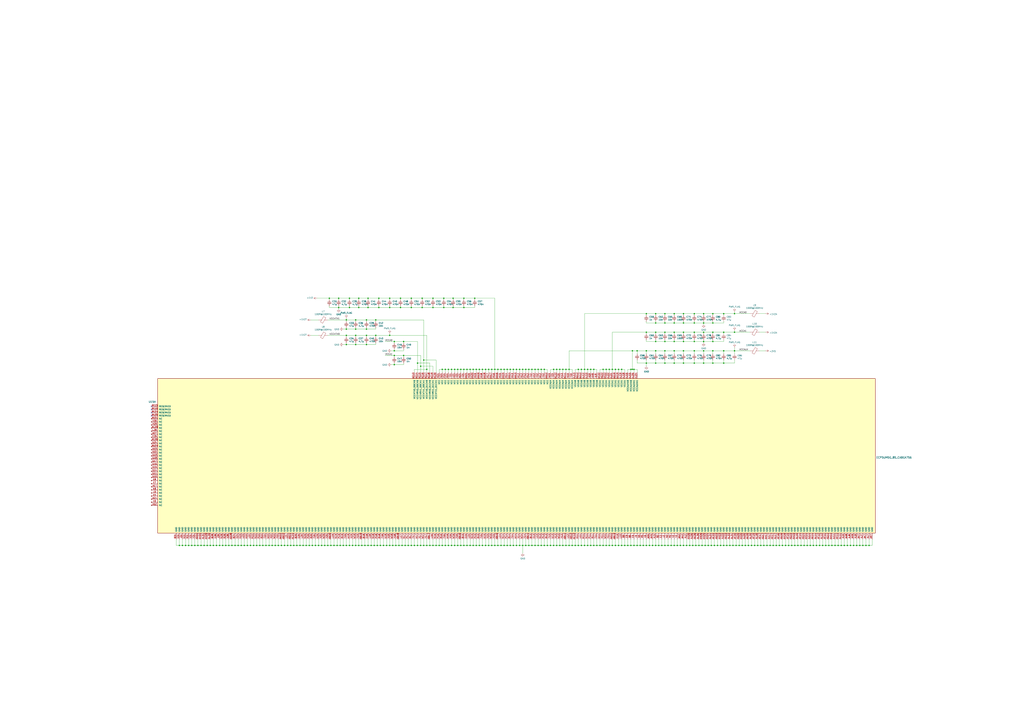
<source format=kicad_sch>
(kicad_sch (version 20210621) (generator eeschema)

  (uuid c84240d6-b00f-4d3f-9440-69b8f00ab905)

  (paper "A1")

  

  (junction (at 147.32 448.31) (diameter 0) (color 0 0 0 0))
  (junction (at 149.86 448.31) (diameter 0) (color 0 0 0 0))
  (junction (at 152.4 448.31) (diameter 0) (color 0 0 0 0))
  (junction (at 154.94 448.31) (diameter 0) (color 0 0 0 0))
  (junction (at 157.48 448.31) (diameter 0) (color 0 0 0 0))
  (junction (at 160.02 448.31) (diameter 0) (color 0 0 0 0))
  (junction (at 162.56 448.31) (diameter 0) (color 0 0 0 0))
  (junction (at 165.1 448.31) (diameter 0) (color 0 0 0 0))
  (junction (at 167.64 448.31) (diameter 0) (color 0 0 0 0))
  (junction (at 170.18 448.31) (diameter 0) (color 0 0 0 0))
  (junction (at 172.72 448.31) (diameter 0) (color 0 0 0 0))
  (junction (at 175.26 448.31) (diameter 0) (color 0 0 0 0))
  (junction (at 177.8 448.31) (diameter 0) (color 0 0 0 0))
  (junction (at 180.34 448.31) (diameter 0) (color 0 0 0 0))
  (junction (at 182.88 448.31) (diameter 0) (color 0 0 0 0))
  (junction (at 185.42 448.31) (diameter 0) (color 0 0 0 0))
  (junction (at 187.96 448.31) (diameter 0) (color 0 0 0 0))
  (junction (at 190.5 448.31) (diameter 0) (color 0 0 0 0))
  (junction (at 193.04 448.31) (diameter 0) (color 0 0 0 0))
  (junction (at 195.58 448.31) (diameter 0) (color 0 0 0 0))
  (junction (at 198.12 448.31) (diameter 0) (color 0 0 0 0))
  (junction (at 200.66 448.31) (diameter 0) (color 0 0 0 0))
  (junction (at 203.2 448.31) (diameter 0) (color 0 0 0 0))
  (junction (at 205.74 448.31) (diameter 0) (color 0 0 0 0))
  (junction (at 208.28 448.31) (diameter 0) (color 0 0 0 0))
  (junction (at 210.82 448.31) (diameter 0) (color 0 0 0 0))
  (junction (at 213.36 448.31) (diameter 0) (color 0 0 0 0))
  (junction (at 215.9 448.31) (diameter 0) (color 0 0 0 0))
  (junction (at 218.44 448.31) (diameter 0) (color 0 0 0 0))
  (junction (at 220.98 448.31) (diameter 0) (color 0 0 0 0))
  (junction (at 223.52 448.31) (diameter 0) (color 0 0 0 0))
  (junction (at 226.06 448.31) (diameter 0) (color 0 0 0 0))
  (junction (at 228.6 448.31) (diameter 0) (color 0 0 0 0))
  (junction (at 231.14 448.31) (diameter 0) (color 0 0 0 0))
  (junction (at 233.68 448.31) (diameter 0) (color 0 0 0 0))
  (junction (at 236.22 448.31) (diameter 0) (color 0 0 0 0))
  (junction (at 238.76 448.31) (diameter 0) (color 0 0 0 0))
  (junction (at 241.3 448.31) (diameter 0) (color 0 0 0 0))
  (junction (at 243.84 448.31) (diameter 0) (color 0 0 0 0))
  (junction (at 246.38 448.31) (diameter 0) (color 0 0 0 0))
  (junction (at 248.92 448.31) (diameter 0) (color 0 0 0 0))
  (junction (at 251.46 448.31) (diameter 0) (color 0 0 0 0))
  (junction (at 254 448.31) (diameter 0) (color 0 0 0 0))
  (junction (at 256.54 448.31) (diameter 0) (color 0 0 0 0))
  (junction (at 259.08 448.31) (diameter 0) (color 0 0 0 0))
  (junction (at 261.62 448.31) (diameter 0) (color 0 0 0 0))
  (junction (at 264.16 448.31) (diameter 0) (color 0 0 0 0))
  (junction (at 266.7 448.31) (diameter 0) (color 0 0 0 0))
  (junction (at 269.24 448.31) (diameter 0) (color 0 0 0 0))
  (junction (at 270.51 245.11) (diameter 0) (color 0 0 0 0))
  (junction (at 271.78 448.31) (diameter 0) (color 0 0 0 0))
  (junction (at 274.32 448.31) (diameter 0) (color 0 0 0 0))
  (junction (at 276.86 448.31) (diameter 0) (color 0 0 0 0))
  (junction (at 278.13 245.11) (diameter 0) (color 0 0 0 0))
  (junction (at 278.13 252.73) (diameter 0) (color 0 0 0 0))
  (junction (at 279.4 448.31) (diameter 0) (color 0 0 0 0))
  (junction (at 281.94 448.31) (diameter 0) (color 0 0 0 0))
  (junction (at 284.48 262.89) (diameter 0) (color 0 0 0 0))
  (junction (at 284.48 270.51) (diameter 0) (color 0 0 0 0))
  (junction (at 284.48 275.59) (diameter 0) (color 0 0 0 0))
  (junction (at 284.48 283.21) (diameter 0) (color 0 0 0 0))
  (junction (at 284.48 448.31) (diameter 0) (color 0 0 0 0))
  (junction (at 287.02 245.11) (diameter 0) (color 0 0 0 0))
  (junction (at 287.02 252.73) (diameter 0) (color 0 0 0 0))
  (junction (at 287.02 448.31) (diameter 0) (color 0 0 0 0))
  (junction (at 289.56 448.31) (diameter 0) (color 0 0 0 0))
  (junction (at 292.1 262.89) (diameter 0) (color 0 0 0 0))
  (junction (at 292.1 270.51) (diameter 0) (color 0 0 0 0))
  (junction (at 292.1 275.59) (diameter 0) (color 0 0 0 0))
  (junction (at 292.1 283.21) (diameter 0) (color 0 0 0 0))
  (junction (at 292.1 448.31) (diameter 0) (color 0 0 0 0))
  (junction (at 294.64 245.11) (diameter 0) (color 0 0 0 0))
  (junction (at 294.64 252.73) (diameter 0) (color 0 0 0 0))
  (junction (at 294.64 448.31) (diameter 0) (color 0 0 0 0))
  (junction (at 297.18 448.31) (diameter 0) (color 0 0 0 0))
  (junction (at 299.72 448.31) (diameter 0) (color 0 0 0 0))
  (junction (at 300.99 262.89) (diameter 0) (color 0 0 0 0))
  (junction (at 300.99 270.51) (diameter 0) (color 0 0 0 0))
  (junction (at 300.99 275.59) (diameter 0) (color 0 0 0 0))
  (junction (at 300.99 283.21) (diameter 0) (color 0 0 0 0))
  (junction (at 302.26 245.11) (diameter 0) (color 0 0 0 0))
  (junction (at 302.26 252.73) (diameter 0) (color 0 0 0 0))
  (junction (at 302.26 448.31) (diameter 0) (color 0 0 0 0))
  (junction (at 304.8 448.31) (diameter 0) (color 0 0 0 0))
  (junction (at 307.34 448.31) (diameter 0) (color 0 0 0 0))
  (junction (at 308.61 262.89) (diameter 0) (color 0 0 0 0))
  (junction (at 308.61 275.59) (diameter 0) (color 0 0 0 0))
  (junction (at 309.88 448.31) (diameter 0) (color 0 0 0 0))
  (junction (at 311.15 245.11) (diameter 0) (color 0 0 0 0))
  (junction (at 311.15 252.73) (diameter 0) (color 0 0 0 0))
  (junction (at 312.42 448.31) (diameter 0) (color 0 0 0 0))
  (junction (at 314.96 448.31) (diameter 0) (color 0 0 0 0))
  (junction (at 317.5 448.31) (diameter 0) (color 0 0 0 0))
  (junction (at 320.04 245.11) (diameter 0) (color 0 0 0 0))
  (junction (at 320.04 252.73) (diameter 0) (color 0 0 0 0))
  (junction (at 320.04 275.59) (diameter 0) (color 0 0 0 0))
  (junction (at 320.04 448.31) (diameter 0) (color 0 0 0 0))
  (junction (at 322.58 448.31) (diameter 0) (color 0 0 0 0))
  (junction (at 323.85 280.67) (diameter 0) (color 0 0 0 0))
  (junction (at 323.85 288.29) (diameter 0) (color 0 0 0 0))
  (junction (at 323.85 292.1) (diameter 0) (color 0 0 0 0))
  (junction (at 323.85 299.72) (diameter 0) (color 0 0 0 0))
  (junction (at 325.12 448.31) (diameter 0) (color 0 0 0 0))
  (junction (at 327.66 448.31) (diameter 0) (color 0 0 0 0))
  (junction (at 328.93 245.11) (diameter 0) (color 0 0 0 0))
  (junction (at 328.93 252.73) (diameter 0) (color 0 0 0 0))
  (junction (at 330.2 448.31) (diameter 0) (color 0 0 0 0))
  (junction (at 331.47 280.67) (diameter 0) (color 0 0 0 0))
  (junction (at 331.47 292.1) (diameter 0) (color 0 0 0 0))
  (junction (at 332.74 448.31) (diameter 0) (color 0 0 0 0))
  (junction (at 335.28 448.31) (diameter 0) (color 0 0 0 0))
  (junction (at 337.82 245.11) (diameter 0) (color 0 0 0 0))
  (junction (at 337.82 252.73) (diameter 0) (color 0 0 0 0))
  (junction (at 337.82 448.31) (diameter 0) (color 0 0 0 0))
  (junction (at 340.36 448.31) (diameter 0) (color 0 0 0 0))
  (junction (at 342.9 298.45) (diameter 0) (color 0 0 0 0))
  (junction (at 342.9 448.31) (diameter 0) (color 0 0 0 0))
  (junction (at 345.44 300.99) (diameter 0) (color 0 0 0 0))
  (junction (at 345.44 448.31) (diameter 0) (color 0 0 0 0))
  (junction (at 346.71 245.11) (diameter 0) (color 0 0 0 0))
  (junction (at 346.71 252.73) (diameter 0) (color 0 0 0 0))
  (junction (at 347.98 295.91) (diameter 0) (color 0 0 0 0))
  (junction (at 347.98 448.31) (diameter 0) (color 0 0 0 0))
  (junction (at 350.52 303.53) (diameter 0) (color 0 0 0 0))
  (junction (at 350.52 448.31) (diameter 0) (color 0 0 0 0))
  (junction (at 353.06 448.31) (diameter 0) (color 0 0 0 0))
  (junction (at 355.6 245.11) (diameter 0) (color 0 0 0 0))
  (junction (at 355.6 252.73) (diameter 0) (color 0 0 0 0))
  (junction (at 355.6 448.31) (diameter 0) (color 0 0 0 0))
  (junction (at 358.14 448.31) (diameter 0) (color 0 0 0 0))
  (junction (at 360.68 448.31) (diameter 0) (color 0 0 0 0))
  (junction (at 363.22 303.53) (diameter 0) (color 0 0 0 0))
  (junction (at 363.22 448.31) (diameter 0) (color 0 0 0 0))
  (junction (at 364.49 245.11) (diameter 0) (color 0 0 0 0))
  (junction (at 364.49 252.73) (diameter 0) (color 0 0 0 0))
  (junction (at 365.76 303.53) (diameter 0) (color 0 0 0 0))
  (junction (at 365.76 448.31) (diameter 0) (color 0 0 0 0))
  (junction (at 368.3 303.53) (diameter 0) (color 0 0 0 0))
  (junction (at 368.3 448.31) (diameter 0) (color 0 0 0 0))
  (junction (at 370.84 303.53) (diameter 0) (color 0 0 0 0))
  (junction (at 370.84 448.31) (diameter 0) (color 0 0 0 0))
  (junction (at 372.11 245.11) (diameter 0) (color 0 0 0 0))
  (junction (at 372.11 252.73) (diameter 0) (color 0 0 0 0))
  (junction (at 373.38 303.53) (diameter 0) (color 0 0 0 0))
  (junction (at 373.38 448.31) (diameter 0) (color 0 0 0 0))
  (junction (at 375.92 303.53) (diameter 0) (color 0 0 0 0))
  (junction (at 375.92 448.31) (diameter 0) (color 0 0 0 0))
  (junction (at 378.46 303.53) (diameter 0) (color 0 0 0 0))
  (junction (at 378.46 448.31) (diameter 0) (color 0 0 0 0))
  (junction (at 381 245.11) (diameter 0) (color 0 0 0 0))
  (junction (at 381 252.73) (diameter 0) (color 0 0 0 0))
  (junction (at 381 303.53) (diameter 0) (color 0 0 0 0))
  (junction (at 381 448.31) (diameter 0) (color 0 0 0 0))
  (junction (at 383.54 303.53) (diameter 0) (color 0 0 0 0))
  (junction (at 383.54 448.31) (diameter 0) (color 0 0 0 0))
  (junction (at 386.08 303.53) (diameter 0) (color 0 0 0 0))
  (junction (at 386.08 448.31) (diameter 0) (color 0 0 0 0))
  (junction (at 388.62 303.53) (diameter 0) (color 0 0 0 0))
  (junction (at 388.62 448.31) (diameter 0) (color 0 0 0 0))
  (junction (at 389.89 245.11) (diameter 0) (color 0 0 0 0))
  (junction (at 391.16 303.53) (diameter 0) (color 0 0 0 0))
  (junction (at 391.16 448.31) (diameter 0) (color 0 0 0 0))
  (junction (at 393.7 303.53) (diameter 0) (color 0 0 0 0))
  (junction (at 393.7 448.31) (diameter 0) (color 0 0 0 0))
  (junction (at 396.24 303.53) (diameter 0) (color 0 0 0 0))
  (junction (at 396.24 448.31) (diameter 0) (color 0 0 0 0))
  (junction (at 398.78 303.53) (diameter 0) (color 0 0 0 0))
  (junction (at 398.78 448.31) (diameter 0) (color 0 0 0 0))
  (junction (at 401.32 303.53) (diameter 0) (color 0 0 0 0))
  (junction (at 401.32 448.31) (diameter 0) (color 0 0 0 0))
  (junction (at 403.86 303.53) (diameter 0) (color 0 0 0 0))
  (junction (at 403.86 448.31) (diameter 0) (color 0 0 0 0))
  (junction (at 406.4 303.53) (diameter 0) (color 0 0 0 0))
  (junction (at 406.4 448.31) (diameter 0) (color 0 0 0 0))
  (junction (at 408.94 303.53) (diameter 0) (color 0 0 0 0))
  (junction (at 408.94 448.31) (diameter 0) (color 0 0 0 0))
  (junction (at 411.48 303.53) (diameter 0) (color 0 0 0 0))
  (junction (at 411.48 448.31) (diameter 0) (color 0 0 0 0))
  (junction (at 414.02 303.53) (diameter 0) (color 0 0 0 0))
  (junction (at 414.02 448.31) (diameter 0) (color 0 0 0 0))
  (junction (at 416.56 303.53) (diameter 0) (color 0 0 0 0))
  (junction (at 416.56 448.31) (diameter 0) (color 0 0 0 0))
  (junction (at 419.1 303.53) (diameter 0) (color 0 0 0 0))
  (junction (at 419.1 448.31) (diameter 0) (color 0 0 0 0))
  (junction (at 421.64 303.53) (diameter 0) (color 0 0 0 0))
  (junction (at 421.64 448.31) (diameter 0) (color 0 0 0 0))
  (junction (at 424.18 303.53) (diameter 0) (color 0 0 0 0))
  (junction (at 424.18 448.31) (diameter 0) (color 0 0 0 0))
  (junction (at 426.72 303.53) (diameter 0) (color 0 0 0 0))
  (junction (at 426.72 448.31) (diameter 0) (color 0 0 0 0))
  (junction (at 429.26 303.53) (diameter 0) (color 0 0 0 0))
  (junction (at 429.26 448.31) (diameter 0) (color 0 0 0 0))
  (junction (at 431.8 303.53) (diameter 0) (color 0 0 0 0))
  (junction (at 431.8 448.31) (diameter 0) (color 0 0 0 0))
  (junction (at 434.34 303.53) (diameter 0) (color 0 0 0 0))
  (junction (at 434.34 448.31) (diameter 0) (color 0 0 0 0))
  (junction (at 436.88 303.53) (diameter 0) (color 0 0 0 0))
  (junction (at 436.88 448.31) (diameter 0) (color 0 0 0 0))
  (junction (at 439.42 303.53) (diameter 0) (color 0 0 0 0))
  (junction (at 439.42 448.31) (diameter 0) (color 0 0 0 0))
  (junction (at 441.96 303.53) (diameter 0) (color 0 0 0 0))
  (junction (at 441.96 448.31) (diameter 0) (color 0 0 0 0))
  (junction (at 444.5 303.53) (diameter 0) (color 0 0 0 0))
  (junction (at 444.5 448.31) (diameter 0) (color 0 0 0 0))
  (junction (at 447.04 303.53) (diameter 0) (color 0 0 0 0))
  (junction (at 447.04 448.31) (diameter 0) (color 0 0 0 0))
  (junction (at 449.58 448.31) (diameter 0) (color 0 0 0 0))
  (junction (at 452.12 448.31) (diameter 0) (color 0 0 0 0))
  (junction (at 454.66 303.53) (diameter 0) (color 0 0 0 0))
  (junction (at 454.66 448.31) (diameter 0) (color 0 0 0 0))
  (junction (at 457.2 303.53) (diameter 0) (color 0 0 0 0))
  (junction (at 457.2 448.31) (diameter 0) (color 0 0 0 0))
  (junction (at 459.74 303.53) (diameter 0) (color 0 0 0 0))
  (junction (at 459.74 448.31) (diameter 0) (color 0 0 0 0))
  (junction (at 462.28 303.53) (diameter 0) (color 0 0 0 0))
  (junction (at 462.28 448.31) (diameter 0) (color 0 0 0 0))
  (junction (at 464.82 303.53) (diameter 0) (color 0 0 0 0))
  (junction (at 464.82 448.31) (diameter 0) (color 0 0 0 0))
  (junction (at 467.36 303.53) (diameter 0) (color 0 0 0 0))
  (junction (at 467.36 448.31) (diameter 0) (color 0 0 0 0))
  (junction (at 469.9 448.31) (diameter 0) (color 0 0 0 0))
  (junction (at 472.44 448.31) (diameter 0) (color 0 0 0 0))
  (junction (at 474.98 303.53) (diameter 0) (color 0 0 0 0))
  (junction (at 474.98 448.31) (diameter 0) (color 0 0 0 0))
  (junction (at 477.52 303.53) (diameter 0) (color 0 0 0 0))
  (junction (at 477.52 448.31) (diameter 0) (color 0 0 0 0))
  (junction (at 480.06 303.53) (diameter 0) (color 0 0 0 0))
  (junction (at 480.06 448.31) (diameter 0) (color 0 0 0 0))
  (junction (at 482.6 303.53) (diameter 0) (color 0 0 0 0))
  (junction (at 482.6 448.31) (diameter 0) (color 0 0 0 0))
  (junction (at 485.14 303.53) (diameter 0) (color 0 0 0 0))
  (junction (at 485.14 448.31) (diameter 0) (color 0 0 0 0))
  (junction (at 487.68 303.53) (diameter 0) (color 0 0 0 0))
  (junction (at 487.68 448.31) (diameter 0) (color 0 0 0 0))
  (junction (at 490.22 448.31) (diameter 0) (color 0 0 0 0))
  (junction (at 492.76 448.31) (diameter 0) (color 0 0 0 0))
  (junction (at 495.3 303.53) (diameter 0) (color 0 0 0 0))
  (junction (at 495.3 448.31) (diameter 0) (color 0 0 0 0))
  (junction (at 497.84 303.53) (diameter 0) (color 0 0 0 0))
  (junction (at 497.84 448.31) (diameter 0) (color 0 0 0 0))
  (junction (at 500.38 303.53) (diameter 0) (color 0 0 0 0))
  (junction (at 500.38 448.31) (diameter 0) (color 0 0 0 0))
  (junction (at 502.92 303.53) (diameter 0) (color 0 0 0 0))
  (junction (at 502.92 448.31) (diameter 0) (color 0 0 0 0))
  (junction (at 505.46 303.53) (diameter 0) (color 0 0 0 0))
  (junction (at 505.46 448.31) (diameter 0) (color 0 0 0 0))
  (junction (at 508 303.53) (diameter 0) (color 0 0 0 0))
  (junction (at 508 448.31) (diameter 0) (color 0 0 0 0))
  (junction (at 510.54 303.53) (diameter 0) (color 0 0 0 0))
  (junction (at 510.54 448.31) (diameter 0) (color 0 0 0 0))
  (junction (at 513.08 448.31) (diameter 0) (color 0 0 0 0))
  (junction (at 515.62 448.31) (diameter 0) (color 0 0 0 0))
  (junction (at 518.16 303.53) (diameter 0) (color 0 0 0 0))
  (junction (at 518.16 448.31) (diameter 0) (color 0 0 0 0))
  (junction (at 519.43 288.29) (diameter 0) (color 0 0 0 0))
  (junction (at 519.43 303.53) (diameter 0) (color 0 0 0 0))
  (junction (at 520.7 303.53) (diameter 0) (color 0 0 0 0))
  (junction (at 520.7 448.31) (diameter 0) (color 0 0 0 0))
  (junction (at 523.24 288.29) (diameter 0) (color 0 0 0 0))
  (junction (at 523.24 448.31) (diameter 0) (color 0 0 0 0))
  (junction (at 525.78 448.31) (diameter 0) (color 0 0 0 0))
  (junction (at 528.32 448.31) (diameter 0) (color 0 0 0 0))
  (junction (at 530.86 257.81) (diameter 0) (color 0 0 0 0))
  (junction (at 530.86 273.05) (diameter 0) (color 0 0 0 0))
  (junction (at 530.86 288.29) (diameter 0) (color 0 0 0 0))
  (junction (at 530.86 298.45) (diameter 0) (color 0 0 0 0))
  (junction (at 530.86 448.31) (diameter 0) (color 0 0 0 0))
  (junction (at 533.4 448.31) (diameter 0) (color 0 0 0 0))
  (junction (at 535.94 448.31) (diameter 0) (color 0 0 0 0))
  (junction (at 538.48 257.81) (diameter 0) (color 0 0 0 0))
  (junction (at 538.48 265.43) (diameter 0) (color 0 0 0 0))
  (junction (at 538.48 273.05) (diameter 0) (color 0 0 0 0))
  (junction (at 538.48 280.67) (diameter 0) (color 0 0 0 0))
  (junction (at 538.48 288.29) (diameter 0) (color 0 0 0 0))
  (junction (at 538.48 298.45) (diameter 0) (color 0 0 0 0))
  (junction (at 538.48 448.31) (diameter 0) (color 0 0 0 0))
  (junction (at 541.02 448.31) (diameter 0) (color 0 0 0 0))
  (junction (at 543.56 448.31) (diameter 0) (color 0 0 0 0))
  (junction (at 546.1 257.81) (diameter 0) (color 0 0 0 0))
  (junction (at 546.1 265.43) (diameter 0) (color 0 0 0 0))
  (junction (at 546.1 273.05) (diameter 0) (color 0 0 0 0))
  (junction (at 546.1 280.67) (diameter 0) (color 0 0 0 0))
  (junction (at 546.1 288.29) (diameter 0) (color 0 0 0 0))
  (junction (at 546.1 298.45) (diameter 0) (color 0 0 0 0))
  (junction (at 546.1 448.31) (diameter 0) (color 0 0 0 0))
  (junction (at 548.64 448.31) (diameter 0) (color 0 0 0 0))
  (junction (at 551.18 448.31) (diameter 0) (color 0 0 0 0))
  (junction (at 553.72 257.81) (diameter 0) (color 0 0 0 0))
  (junction (at 553.72 265.43) (diameter 0) (color 0 0 0 0))
  (junction (at 553.72 273.05) (diameter 0) (color 0 0 0 0))
  (junction (at 553.72 280.67) (diameter 0) (color 0 0 0 0))
  (junction (at 553.72 288.29) (diameter 0) (color 0 0 0 0))
  (junction (at 553.72 298.45) (diameter 0) (color 0 0 0 0))
  (junction (at 553.72 448.31) (diameter 0) (color 0 0 0 0))
  (junction (at 556.26 448.31) (diameter 0) (color 0 0 0 0))
  (junction (at 558.8 448.31) (diameter 0) (color 0 0 0 0))
  (junction (at 561.34 257.81) (diameter 0) (color 0 0 0 0))
  (junction (at 561.34 265.43) (diameter 0) (color 0 0 0 0))
  (junction (at 561.34 273.05) (diameter 0) (color 0 0 0 0))
  (junction (at 561.34 280.67) (diameter 0) (color 0 0 0 0))
  (junction (at 561.34 288.29) (diameter 0) (color 0 0 0 0))
  (junction (at 561.34 298.45) (diameter 0) (color 0 0 0 0))
  (junction (at 561.34 448.31) (diameter 0) (color 0 0 0 0))
  (junction (at 563.88 448.31) (diameter 0) (color 0 0 0 0))
  (junction (at 566.42 448.31) (diameter 0) (color 0 0 0 0))
  (junction (at 568.96 448.31) (diameter 0) (color 0 0 0 0))
  (junction (at 570.23 257.81) (diameter 0) (color 0 0 0 0))
  (junction (at 570.23 265.43) (diameter 0) (color 0 0 0 0))
  (junction (at 570.23 273.05) (diameter 0) (color 0 0 0 0))
  (junction (at 570.23 280.67) (diameter 0) (color 0 0 0 0))
  (junction (at 570.23 288.29) (diameter 0) (color 0 0 0 0))
  (junction (at 570.23 298.45) (diameter 0) (color 0 0 0 0))
  (junction (at 571.5 448.31) (diameter 0) (color 0 0 0 0))
  (junction (at 574.04 448.31) (diameter 0) (color 0 0 0 0))
  (junction (at 576.58 448.31) (diameter 0) (color 0 0 0 0))
  (junction (at 577.85 257.81) (diameter 0) (color 0 0 0 0))
  (junction (at 577.85 265.43) (diameter 0) (color 0 0 0 0))
  (junction (at 577.85 273.05) (diameter 0) (color 0 0 0 0))
  (junction (at 577.85 280.67) (diameter 0) (color 0 0 0 0))
  (junction (at 577.85 288.29) (diameter 0) (color 0 0 0 0))
  (junction (at 577.85 298.45) (diameter 0) (color 0 0 0 0))
  (junction (at 579.12 448.31) (diameter 0) (color 0 0 0 0))
  (junction (at 581.66 448.31) (diameter 0) (color 0 0 0 0))
  (junction (at 584.2 448.31) (diameter 0) (color 0 0 0 0))
  (junction (at 585.47 257.81) (diameter 0) (color 0 0 0 0))
  (junction (at 585.47 265.43) (diameter 0) (color 0 0 0 0))
  (junction (at 585.47 273.05) (diameter 0) (color 0 0 0 0))
  (junction (at 585.47 280.67) (diameter 0) (color 0 0 0 0))
  (junction (at 585.47 288.29) (diameter 0) (color 0 0 0 0))
  (junction (at 585.47 298.45) (diameter 0) (color 0 0 0 0))
  (junction (at 586.74 448.31) (diameter 0) (color 0 0 0 0))
  (junction (at 589.28 448.31) (diameter 0) (color 0 0 0 0))
  (junction (at 591.82 448.31) (diameter 0) (color 0 0 0 0))
  (junction (at 594.36 257.81) (diameter 0) (color 0 0 0 0))
  (junction (at 594.36 273.05) (diameter 0) (color 0 0 0 0))
  (junction (at 594.36 288.29) (diameter 0) (color 0 0 0 0))
  (junction (at 594.36 298.45) (diameter 0) (color 0 0 0 0))
  (junction (at 594.36 448.31) (diameter 0) (color 0 0 0 0))
  (junction (at 596.9 448.31) (diameter 0) (color 0 0 0 0))
  (junction (at 599.44 448.31) (diameter 0) (color 0 0 0 0))
  (junction (at 601.98 448.31) (diameter 0) (color 0 0 0 0))
  (junction (at 603.25 257.81) (diameter 0) (color 0 0 0 0))
  (junction (at 603.25 273.05) (diameter 0) (color 0 0 0 0))
  (junction (at 603.25 288.29) (diameter 0) (color 0 0 0 0))
  (junction (at 604.52 448.31) (diameter 0) (color 0 0 0 0))
  (junction (at 607.06 448.31) (diameter 0) (color 0 0 0 0))
  (junction (at 609.6 448.31) (diameter 0) (color 0 0 0 0))
  (junction (at 612.14 448.31) (diameter 0) (color 0 0 0 0))
  (junction (at 614.68 448.31) (diameter 0) (color 0 0 0 0))
  (junction (at 617.22 448.31) (diameter 0) (color 0 0 0 0))
  (junction (at 619.76 448.31) (diameter 0) (color 0 0 0 0))
  (junction (at 622.3 448.31) (diameter 0) (color 0 0 0 0))
  (junction (at 624.84 448.31) (diameter 0) (color 0 0 0 0))
  (junction (at 627.38 448.31) (diameter 0) (color 0 0 0 0))
  (junction (at 629.92 448.31) (diameter 0) (color 0 0 0 0))
  (junction (at 632.46 448.31) (diameter 0) (color 0 0 0 0))
  (junction (at 635 448.31) (diameter 0) (color 0 0 0 0))
  (junction (at 637.54 448.31) (diameter 0) (color 0 0 0 0))
  (junction (at 640.08 448.31) (diameter 0) (color 0 0 0 0))
  (junction (at 642.62 448.31) (diameter 0) (color 0 0 0 0))
  (junction (at 645.16 448.31) (diameter 0) (color 0 0 0 0))
  (junction (at 647.7 448.31) (diameter 0) (color 0 0 0 0))
  (junction (at 650.24 448.31) (diameter 0) (color 0 0 0 0))
  (junction (at 652.78 448.31) (diameter 0) (color 0 0 0 0))
  (junction (at 655.32 448.31) (diameter 0) (color 0 0 0 0))
  (junction (at 657.86 448.31) (diameter 0) (color 0 0 0 0))
  (junction (at 660.4 448.31) (diameter 0) (color 0 0 0 0))
  (junction (at 662.94 448.31) (diameter 0) (color 0 0 0 0))
  (junction (at 665.48 448.31) (diameter 0) (color 0 0 0 0))
  (junction (at 668.02 448.31) (diameter 0) (color 0 0 0 0))
  (junction (at 670.56 448.31) (diameter 0) (color 0 0 0 0))
  (junction (at 673.1 448.31) (diameter 0) (color 0 0 0 0))
  (junction (at 675.64 448.31) (diameter 0) (color 0 0 0 0))
  (junction (at 678.18 448.31) (diameter 0) (color 0 0 0 0))
  (junction (at 680.72 448.31) (diameter 0) (color 0 0 0 0))
  (junction (at 683.26 448.31) (diameter 0) (color 0 0 0 0))
  (junction (at 685.8 448.31) (diameter 0) (color 0 0 0 0))
  (junction (at 688.34 448.31) (diameter 0) (color 0 0 0 0))
  (junction (at 690.88 448.31) (diameter 0) (color 0 0 0 0))
  (junction (at 693.42 448.31) (diameter 0) (color 0 0 0 0))
  (junction (at 695.96 448.31) (diameter 0) (color 0 0 0 0))
  (junction (at 698.5 448.31) (diameter 0) (color 0 0 0 0))
  (junction (at 701.04 448.31) (diameter 0) (color 0 0 0 0))
  (junction (at 703.58 448.31) (diameter 0) (color 0 0 0 0))
  (junction (at 706.12 448.31) (diameter 0) (color 0 0 0 0))
  (junction (at 708.66 448.31) (diameter 0) (color 0 0 0 0))
  (junction (at 711.2 448.31) (diameter 0) (color 0 0 0 0))
  (junction (at 713.74 448.31) (diameter 0) (color 0 0 0 0))

  (no_connect (at 124.46 334.01) (uuid c07ce0c1-060b-4d3d-bfe7-4d12ace60ff3))
  (no_connect (at 124.46 336.55) (uuid f7761432-f188-427d-a029-03ee704ca6ae))
  (no_connect (at 124.46 339.09) (uuid f03f6669-59bb-4a53-a8da-9f9dcc2ed895))
  (no_connect (at 124.46 341.63) (uuid d307cab2-d0e2-4089-895d-361188a8549b))

  (wire (pts (xy 144.78 448.31) (xy 144.78 443.23))
    (stroke (width 0) (type default) (color 0 0 0 0))
    (uuid 3257f767-0397-4e2d-b69d-f55a515088fb)
  )
  (wire (pts (xy 147.32 443.23) (xy 147.32 448.31))
    (stroke (width 0) (type default) (color 0 0 0 0))
    (uuid 0a840a15-10ad-4d4c-8a51-a51c5a849623)
  )
  (wire (pts (xy 147.32 448.31) (xy 144.78 448.31))
    (stroke (width 0) (type default) (color 0 0 0 0))
    (uuid 405d1295-1d7d-4e84-b25a-e388b3368322)
  )
  (wire (pts (xy 149.86 443.23) (xy 149.86 448.31))
    (stroke (width 0) (type default) (color 0 0 0 0))
    (uuid ba117abd-6534-429a-a156-5ab15dab56eb)
  )
  (wire (pts (xy 149.86 448.31) (xy 147.32 448.31))
    (stroke (width 0) (type default) (color 0 0 0 0))
    (uuid 33cef3a4-82ca-4e5b-8d9c-68d8fe4d4bd5)
  )
  (wire (pts (xy 152.4 443.23) (xy 152.4 448.31))
    (stroke (width 0) (type default) (color 0 0 0 0))
    (uuid 011f9a93-2edd-4afd-be60-e631b7a85924)
  )
  (wire (pts (xy 152.4 448.31) (xy 149.86 448.31))
    (stroke (width 0) (type default) (color 0 0 0 0))
    (uuid 8428398c-fc0f-4a38-b7cd-d4917b61aad7)
  )
  (wire (pts (xy 154.94 443.23) (xy 154.94 448.31))
    (stroke (width 0) (type default) (color 0 0 0 0))
    (uuid 7c56171c-63cf-48dd-ac69-e7863a765b4b)
  )
  (wire (pts (xy 154.94 448.31) (xy 152.4 448.31))
    (stroke (width 0) (type default) (color 0 0 0 0))
    (uuid fdf9b3d0-08a8-4762-9101-fa949fcd0939)
  )
  (wire (pts (xy 157.48 443.23) (xy 157.48 448.31))
    (stroke (width 0) (type default) (color 0 0 0 0))
    (uuid 46636fd7-4069-43a9-9394-d63372176e9c)
  )
  (wire (pts (xy 157.48 448.31) (xy 154.94 448.31))
    (stroke (width 0) (type default) (color 0 0 0 0))
    (uuid 41316e7a-83c2-45b9-aa0d-b4f10fdc7f27)
  )
  (wire (pts (xy 160.02 443.23) (xy 160.02 448.31))
    (stroke (width 0) (type default) (color 0 0 0 0))
    (uuid 94ea513d-4560-4366-a617-6144c5fb7a6d)
  )
  (wire (pts (xy 160.02 448.31) (xy 157.48 448.31))
    (stroke (width 0) (type default) (color 0 0 0 0))
    (uuid a1e1f819-1a64-47e2-98ba-5943dc567b20)
  )
  (wire (pts (xy 162.56 443.23) (xy 162.56 448.31))
    (stroke (width 0) (type default) (color 0 0 0 0))
    (uuid 8c1a61bc-ee8d-457f-922b-d3c96dbaf5d1)
  )
  (wire (pts (xy 162.56 448.31) (xy 160.02 448.31))
    (stroke (width 0) (type default) (color 0 0 0 0))
    (uuid 9f48e8ee-3064-40a3-904e-80e490575330)
  )
  (wire (pts (xy 165.1 443.23) (xy 165.1 448.31))
    (stroke (width 0) (type default) (color 0 0 0 0))
    (uuid e5591fff-d8f7-4b1f-bbe9-f462a0cd1518)
  )
  (wire (pts (xy 165.1 448.31) (xy 162.56 448.31))
    (stroke (width 0) (type default) (color 0 0 0 0))
    (uuid e9c63705-2638-4177-a4dd-03ee92d97efe)
  )
  (wire (pts (xy 167.64 443.23) (xy 167.64 448.31))
    (stroke (width 0) (type default) (color 0 0 0 0))
    (uuid f8eb0204-45a3-47ca-8347-9459adcc8e26)
  )
  (wire (pts (xy 167.64 448.31) (xy 165.1 448.31))
    (stroke (width 0) (type default) (color 0 0 0 0))
    (uuid d2da3f5d-bad5-4ddd-ad2b-61187c1b1ecb)
  )
  (wire (pts (xy 170.18 443.23) (xy 170.18 448.31))
    (stroke (width 0) (type default) (color 0 0 0 0))
    (uuid adff86b0-3279-4c67-88ba-f7b313a88ac0)
  )
  (wire (pts (xy 170.18 448.31) (xy 167.64 448.31))
    (stroke (width 0) (type default) (color 0 0 0 0))
    (uuid f77431d0-a237-43fc-9667-905a01b77dae)
  )
  (wire (pts (xy 172.72 443.23) (xy 172.72 448.31))
    (stroke (width 0) (type default) (color 0 0 0 0))
    (uuid 311aba4d-408b-4b60-b6ca-375df6d9b418)
  )
  (wire (pts (xy 172.72 448.31) (xy 170.18 448.31))
    (stroke (width 0) (type default) (color 0 0 0 0))
    (uuid 13c983f8-cba1-409c-80cd-d8e5147585ab)
  )
  (wire (pts (xy 175.26 443.23) (xy 175.26 448.31))
    (stroke (width 0) (type default) (color 0 0 0 0))
    (uuid a26ed723-39e6-41da-9eba-46e8e54f3f96)
  )
  (wire (pts (xy 175.26 448.31) (xy 172.72 448.31))
    (stroke (width 0) (type default) (color 0 0 0 0))
    (uuid c34022e6-b052-431d-8465-f58fb4f3d064)
  )
  (wire (pts (xy 177.8 443.23) (xy 177.8 448.31))
    (stroke (width 0) (type default) (color 0 0 0 0))
    (uuid 118ddcd4-7545-4a71-aca4-2138c0baad5d)
  )
  (wire (pts (xy 177.8 448.31) (xy 175.26 448.31))
    (stroke (width 0) (type default) (color 0 0 0 0))
    (uuid 59112654-fc06-4eed-a700-bf1affcb4461)
  )
  (wire (pts (xy 180.34 443.23) (xy 180.34 448.31))
    (stroke (width 0) (type default) (color 0 0 0 0))
    (uuid c67cceb9-6243-464f-a018-ff179e3c33b4)
  )
  (wire (pts (xy 180.34 448.31) (xy 177.8 448.31))
    (stroke (width 0) (type default) (color 0 0 0 0))
    (uuid 96296633-7851-476c-b451-902086cf5127)
  )
  (wire (pts (xy 182.88 443.23) (xy 182.88 448.31))
    (stroke (width 0) (type default) (color 0 0 0 0))
    (uuid 40cdd9cd-3911-4d43-aea1-30480598143b)
  )
  (wire (pts (xy 182.88 448.31) (xy 180.34 448.31))
    (stroke (width 0) (type default) (color 0 0 0 0))
    (uuid 88442196-b391-482c-a715-c58dd3e3f7a8)
  )
  (wire (pts (xy 185.42 443.23) (xy 185.42 448.31))
    (stroke (width 0) (type default) (color 0 0 0 0))
    (uuid ac2c3f69-29cc-4010-96a5-c334655ff9d0)
  )
  (wire (pts (xy 185.42 448.31) (xy 182.88 448.31))
    (stroke (width 0) (type default) (color 0 0 0 0))
    (uuid 90e4b0d5-e671-4293-aaa4-fd62f61ce8a9)
  )
  (wire (pts (xy 187.96 443.23) (xy 187.96 448.31))
    (stroke (width 0) (type default) (color 0 0 0 0))
    (uuid b9c218e0-24ee-452e-942c-1059bd9679fc)
  )
  (wire (pts (xy 187.96 448.31) (xy 185.42 448.31))
    (stroke (width 0) (type default) (color 0 0 0 0))
    (uuid 3f5ef751-0154-4313-80f1-a75ba67c84f6)
  )
  (wire (pts (xy 190.5 443.23) (xy 190.5 448.31))
    (stroke (width 0) (type default) (color 0 0 0 0))
    (uuid 0936424e-6726-4158-a8b2-c5da201ce6d9)
  )
  (wire (pts (xy 190.5 448.31) (xy 187.96 448.31))
    (stroke (width 0) (type default) (color 0 0 0 0))
    (uuid 2e50765d-29aa-4daa-a738-c0b35facc7a4)
  )
  (wire (pts (xy 193.04 443.23) (xy 193.04 448.31))
    (stroke (width 0) (type default) (color 0 0 0 0))
    (uuid 6666a4eb-0f40-4a67-9a11-dce38936cd80)
  )
  (wire (pts (xy 193.04 448.31) (xy 190.5 448.31))
    (stroke (width 0) (type default) (color 0 0 0 0))
    (uuid 6fc7409e-83f1-44b9-a75a-cbf19d5e9604)
  )
  (wire (pts (xy 195.58 443.23) (xy 195.58 448.31))
    (stroke (width 0) (type default) (color 0 0 0 0))
    (uuid 73441930-9396-4313-97ad-50deaf71ee9a)
  )
  (wire (pts (xy 195.58 448.31) (xy 193.04 448.31))
    (stroke (width 0) (type default) (color 0 0 0 0))
    (uuid dfd22dd0-e4cf-4c2f-a1d8-a3aa5a3d78c3)
  )
  (wire (pts (xy 198.12 443.23) (xy 198.12 448.31))
    (stroke (width 0) (type default) (color 0 0 0 0))
    (uuid bfcd16c8-4d8b-48b3-9f3d-d1edf518e877)
  )
  (wire (pts (xy 198.12 448.31) (xy 195.58 448.31))
    (stroke (width 0) (type default) (color 0 0 0 0))
    (uuid 00be43d2-584c-4115-a0d1-fb42be19b10e)
  )
  (wire (pts (xy 200.66 443.23) (xy 200.66 448.31))
    (stroke (width 0) (type default) (color 0 0 0 0))
    (uuid 397c397c-91a1-45d2-961e-442dc04c863c)
  )
  (wire (pts (xy 200.66 448.31) (xy 198.12 448.31))
    (stroke (width 0) (type default) (color 0 0 0 0))
    (uuid 4b9e20f5-0311-4ec5-be33-115586b41cba)
  )
  (wire (pts (xy 203.2 443.23) (xy 203.2 448.31))
    (stroke (width 0) (type default) (color 0 0 0 0))
    (uuid 281d39fe-90d3-4954-a935-3af2004ae421)
  )
  (wire (pts (xy 203.2 448.31) (xy 200.66 448.31))
    (stroke (width 0) (type default) (color 0 0 0 0))
    (uuid f130a957-fd30-4deb-acae-70536cb778d0)
  )
  (wire (pts (xy 205.74 443.23) (xy 205.74 448.31))
    (stroke (width 0) (type default) (color 0 0 0 0))
    (uuid a988aaea-fb6e-4a2f-8d3d-3dad9c80c385)
  )
  (wire (pts (xy 205.74 448.31) (xy 203.2 448.31))
    (stroke (width 0) (type default) (color 0 0 0 0))
    (uuid c7689d46-69fc-40ce-8bee-d58f60a0b134)
  )
  (wire (pts (xy 208.28 443.23) (xy 208.28 448.31))
    (stroke (width 0) (type default) (color 0 0 0 0))
    (uuid 40b70f7f-2cf5-436f-9c47-552c2c6dc100)
  )
  (wire (pts (xy 208.28 448.31) (xy 205.74 448.31))
    (stroke (width 0) (type default) (color 0 0 0 0))
    (uuid 7c991bc7-a964-4fb2-9ea0-ea98e3618d85)
  )
  (wire (pts (xy 210.82 443.23) (xy 210.82 448.31))
    (stroke (width 0) (type default) (color 0 0 0 0))
    (uuid 6b21fc0d-73ce-45e5-b5ab-af206c4c0074)
  )
  (wire (pts (xy 210.82 448.31) (xy 208.28 448.31))
    (stroke (width 0) (type default) (color 0 0 0 0))
    (uuid 6984a920-bc7d-42e5-929e-7771133b4036)
  )
  (wire (pts (xy 213.36 443.23) (xy 213.36 448.31))
    (stroke (width 0) (type default) (color 0 0 0 0))
    (uuid 646ee886-d569-403e-b991-7fb448893648)
  )
  (wire (pts (xy 213.36 448.31) (xy 210.82 448.31))
    (stroke (width 0) (type default) (color 0 0 0 0))
    (uuid a8e3a580-d85a-437b-9b1b-7fa981be3227)
  )
  (wire (pts (xy 215.9 443.23) (xy 215.9 448.31))
    (stroke (width 0) (type default) (color 0 0 0 0))
    (uuid eca6b30d-d308-40c2-a100-1661393add8d)
  )
  (wire (pts (xy 215.9 448.31) (xy 213.36 448.31))
    (stroke (width 0) (type default) (color 0 0 0 0))
    (uuid e2a56c21-e7c9-4f8b-952d-caef50c6dacf)
  )
  (wire (pts (xy 218.44 443.23) (xy 218.44 448.31))
    (stroke (width 0) (type default) (color 0 0 0 0))
    (uuid 12694821-7ea1-4cd2-9f08-9490439d0a24)
  )
  (wire (pts (xy 218.44 448.31) (xy 215.9 448.31))
    (stroke (width 0) (type default) (color 0 0 0 0))
    (uuid 46330aeb-de42-4654-8f6f-83ad7b2ecd0c)
  )
  (wire (pts (xy 220.98 443.23) (xy 220.98 448.31))
    (stroke (width 0) (type default) (color 0 0 0 0))
    (uuid 2f834c95-5aaa-4fb0-80f5-2a16ffbcb7f0)
  )
  (wire (pts (xy 220.98 448.31) (xy 218.44 448.31))
    (stroke (width 0) (type default) (color 0 0 0 0))
    (uuid 2adf229c-6feb-400a-b39c-53daaa147e4a)
  )
  (wire (pts (xy 223.52 443.23) (xy 223.52 448.31))
    (stroke (width 0) (type default) (color 0 0 0 0))
    (uuid d263208e-b866-4e63-879c-d14c9a2a3531)
  )
  (wire (pts (xy 223.52 448.31) (xy 220.98 448.31))
    (stroke (width 0) (type default) (color 0 0 0 0))
    (uuid 7189b931-5fb4-4cc7-b4e5-017cb689670d)
  )
  (wire (pts (xy 226.06 443.23) (xy 226.06 448.31))
    (stroke (width 0) (type default) (color 0 0 0 0))
    (uuid 1a187349-b107-41c8-bd0a-0ea65f3e1057)
  )
  (wire (pts (xy 226.06 448.31) (xy 223.52 448.31))
    (stroke (width 0) (type default) (color 0 0 0 0))
    (uuid ff40eb99-c40c-47dd-b722-4e30c78c92fe)
  )
  (wire (pts (xy 228.6 443.23) (xy 228.6 448.31))
    (stroke (width 0) (type default) (color 0 0 0 0))
    (uuid e4aab08d-670f-4fb6-86cc-c054bf69ccc0)
  )
  (wire (pts (xy 228.6 448.31) (xy 226.06 448.31))
    (stroke (width 0) (type default) (color 0 0 0 0))
    (uuid ea730577-dec8-41f6-8c75-49067d3adacb)
  )
  (wire (pts (xy 231.14 443.23) (xy 231.14 448.31))
    (stroke (width 0) (type default) (color 0 0 0 0))
    (uuid 1d4dd186-2c63-49c2-ba1f-c101d9787a1e)
  )
  (wire (pts (xy 231.14 448.31) (xy 228.6 448.31))
    (stroke (width 0) (type default) (color 0 0 0 0))
    (uuid 57d0bb8d-634b-49e5-b37e-9e6bf043fa5d)
  )
  (wire (pts (xy 233.68 443.23) (xy 233.68 448.31))
    (stroke (width 0) (type default) (color 0 0 0 0))
    (uuid a1399ed3-97dd-4ffe-ab1b-e9a7e841ec9f)
  )
  (wire (pts (xy 233.68 448.31) (xy 231.14 448.31))
    (stroke (width 0) (type default) (color 0 0 0 0))
    (uuid 6d611312-f7ea-47a5-9dfd-7f3a1751a5ed)
  )
  (wire (pts (xy 236.22 443.23) (xy 236.22 448.31))
    (stroke (width 0) (type default) (color 0 0 0 0))
    (uuid 037a6568-6d58-41f2-9097-7d6d6ce70033)
  )
  (wire (pts (xy 236.22 448.31) (xy 233.68 448.31))
    (stroke (width 0) (type default) (color 0 0 0 0))
    (uuid 183994de-bdad-4e44-ac90-64d55a4f6399)
  )
  (wire (pts (xy 238.76 443.23) (xy 238.76 448.31))
    (stroke (width 0) (type default) (color 0 0 0 0))
    (uuid f7076684-887f-44ef-9df5-89e0e5486ce8)
  )
  (wire (pts (xy 238.76 448.31) (xy 236.22 448.31))
    (stroke (width 0) (type default) (color 0 0 0 0))
    (uuid dd2ecf17-76ec-4934-a881-d7b4f06585da)
  )
  (wire (pts (xy 241.3 443.23) (xy 241.3 448.31))
    (stroke (width 0) (type default) (color 0 0 0 0))
    (uuid cc246846-6207-419b-ace9-df12b3c340fa)
  )
  (wire (pts (xy 241.3 448.31) (xy 238.76 448.31))
    (stroke (width 0) (type default) (color 0 0 0 0))
    (uuid f604bc09-10f1-4fa7-884c-bbd77b41c4f9)
  )
  (wire (pts (xy 243.84 443.23) (xy 243.84 448.31))
    (stroke (width 0) (type default) (color 0 0 0 0))
    (uuid 7e1641ba-a08e-4fd3-99f3-78de2eabd8a8)
  )
  (wire (pts (xy 243.84 448.31) (xy 241.3 448.31))
    (stroke (width 0) (type default) (color 0 0 0 0))
    (uuid 6cf9cf83-c2d3-428e-a807-f8a6508b3dfa)
  )
  (wire (pts (xy 246.38 443.23) (xy 246.38 448.31))
    (stroke (width 0) (type default) (color 0 0 0 0))
    (uuid 00f1dfe1-ba62-420d-aacf-58e05b654c3b)
  )
  (wire (pts (xy 246.38 448.31) (xy 243.84 448.31))
    (stroke (width 0) (type default) (color 0 0 0 0))
    (uuid 5fd58509-89c6-4d24-9b80-e4310d823616)
  )
  (wire (pts (xy 248.92 443.23) (xy 248.92 448.31))
    (stroke (width 0) (type default) (color 0 0 0 0))
    (uuid 88df6bf8-e3e9-4a32-b446-29e4cd735708)
  )
  (wire (pts (xy 248.92 448.31) (xy 246.38 448.31))
    (stroke (width 0) (type default) (color 0 0 0 0))
    (uuid 3b8f76e4-477e-4a3e-9c9a-0e3a13e97ae0)
  )
  (wire (pts (xy 251.46 443.23) (xy 251.46 448.31))
    (stroke (width 0) (type default) (color 0 0 0 0))
    (uuid 3bdd6e91-da18-4cfb-8a4a-2906eba05806)
  )
  (wire (pts (xy 251.46 448.31) (xy 248.92 448.31))
    (stroke (width 0) (type default) (color 0 0 0 0))
    (uuid bc5ee6b9-44e9-47c1-b711-a82998b1dfe3)
  )
  (wire (pts (xy 254 443.23) (xy 254 448.31))
    (stroke (width 0) (type default) (color 0 0 0 0))
    (uuid 135fe9be-b049-4815-ba59-a59296564517)
  )
  (wire (pts (xy 254 448.31) (xy 251.46 448.31))
    (stroke (width 0) (type default) (color 0 0 0 0))
    (uuid 2ed9f5f0-0790-4df4-a450-2a14734228a1)
  )
  (wire (pts (xy 255.27 262.89) (xy 261.62 262.89))
    (stroke (width 0) (type default) (color 0 0 0 0))
    (uuid 48a27d34-73c7-406e-a31d-d51597e79386)
  )
  (wire (pts (xy 256.54 443.23) (xy 256.54 448.31))
    (stroke (width 0) (type default) (color 0 0 0 0))
    (uuid a7247082-a344-4276-972e-3b94ed51d0bd)
  )
  (wire (pts (xy 256.54 448.31) (xy 254 448.31))
    (stroke (width 0) (type default) (color 0 0 0 0))
    (uuid f0bd84c3-85a1-4ed2-8677-5c761dcd7bde)
  )
  (wire (pts (xy 259.08 443.23) (xy 259.08 448.31))
    (stroke (width 0) (type default) (color 0 0 0 0))
    (uuid 4b27c139-5651-47fd-a140-c7ca998e5a20)
  )
  (wire (pts (xy 259.08 448.31) (xy 256.54 448.31))
    (stroke (width 0) (type default) (color 0 0 0 0))
    (uuid 197fa0b3-67b3-41cb-81b3-b06642fcd799)
  )
  (wire (pts (xy 260.35 245.11) (xy 270.51 245.11))
    (stroke (width 0) (type default) (color 0 0 0 0))
    (uuid de80cfa4-fe0e-47ae-87d2-eef19aba7e22)
  )
  (wire (pts (xy 261.62 275.59) (xy 255.27 275.59))
    (stroke (width 0) (type default) (color 0 0 0 0))
    (uuid d586cd68-b1ce-4b83-bc6c-f366033d054f)
  )
  (wire (pts (xy 261.62 443.23) (xy 261.62 448.31))
    (stroke (width 0) (type default) (color 0 0 0 0))
    (uuid 839d2e58-d887-46d3-9729-16084d1ebf09)
  )
  (wire (pts (xy 261.62 448.31) (xy 259.08 448.31))
    (stroke (width 0) (type default) (color 0 0 0 0))
    (uuid 2d403d4d-0585-48b2-8a5a-e43e3f178ba0)
  )
  (wire (pts (xy 264.16 443.23) (xy 264.16 448.31))
    (stroke (width 0) (type default) (color 0 0 0 0))
    (uuid 44d032c5-3dee-4caa-995a-2e959276bc07)
  )
  (wire (pts (xy 264.16 448.31) (xy 261.62 448.31))
    (stroke (width 0) (type default) (color 0 0 0 0))
    (uuid b212a840-cbdd-47db-8e96-51cfa8c0d69d)
  )
  (wire (pts (xy 266.7 443.23) (xy 266.7 448.31))
    (stroke (width 0) (type default) (color 0 0 0 0))
    (uuid c9349679-c523-42dc-862f-8a7a6e0aa9d9)
  )
  (wire (pts (xy 266.7 448.31) (xy 264.16 448.31))
    (stroke (width 0) (type default) (color 0 0 0 0))
    (uuid 035503f3-9974-4d4d-b745-3db50bf6d051)
  )
  (wire (pts (xy 269.24 262.89) (xy 284.48 262.89))
    (stroke (width 0) (type default) (color 0 0 0 0))
    (uuid edd6ce3e-ad48-43a7-81dd-56dc8a875259)
  )
  (wire (pts (xy 269.24 275.59) (xy 284.48 275.59))
    (stroke (width 0) (type default) (color 0 0 0 0))
    (uuid c5819434-61d8-4b16-ac69-45b5774f5dee)
  )
  (wire (pts (xy 269.24 443.23) (xy 269.24 448.31))
    (stroke (width 0) (type default) (color 0 0 0 0))
    (uuid 3e3503b2-d393-4c6b-8c03-f53767aefbe6)
  )
  (wire (pts (xy 269.24 448.31) (xy 266.7 448.31))
    (stroke (width 0) (type default) (color 0 0 0 0))
    (uuid 9464c1ec-7683-4d69-9f76-baa5be1fcfb7)
  )
  (wire (pts (xy 270.51 245.11) (xy 270.51 246.38))
    (stroke (width 0) (type default) (color 0 0 0 0))
    (uuid a50c2327-282d-4648-9593-32a46b5a155a)
  )
  (wire (pts (xy 270.51 245.11) (xy 278.13 245.11))
    (stroke (width 0) (type default) (color 0 0 0 0))
    (uuid 6724c70c-a0ac-4e4d-b093-a277a017e8ae)
  )
  (wire (pts (xy 270.51 251.46) (xy 270.51 252.73))
    (stroke (width 0) (type default) (color 0 0 0 0))
    (uuid 4a8930d4-f565-4e45-bef5-274f5013191f)
  )
  (wire (pts (xy 270.51 252.73) (xy 278.13 252.73))
    (stroke (width 0) (type default) (color 0 0 0 0))
    (uuid 54048103-9edd-4ecd-be51-97d8b2761e12)
  )
  (wire (pts (xy 271.78 443.23) (xy 271.78 448.31))
    (stroke (width 0) (type default) (color 0 0 0 0))
    (uuid 25198899-99a1-4f5e-8a00-58dcb52ce56d)
  )
  (wire (pts (xy 271.78 448.31) (xy 269.24 448.31))
    (stroke (width 0) (type default) (color 0 0 0 0))
    (uuid a4aef8d6-8917-424c-aa63-7a0e8eac8201)
  )
  (wire (pts (xy 274.32 443.23) (xy 274.32 448.31))
    (stroke (width 0) (type default) (color 0 0 0 0))
    (uuid f5bbf27c-1f7c-49b3-9f63-510
... [195991 chars truncated]
</source>
